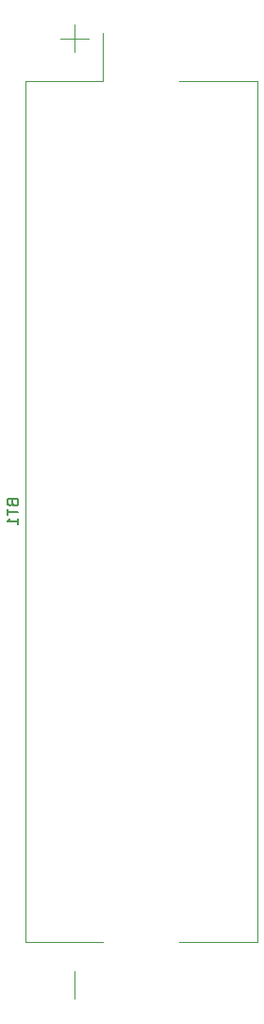
<source format=gbr>
%TF.GenerationSoftware,KiCad,Pcbnew,9.0.0*%
%TF.CreationDate,2026-01-06T01:29:00-05:00*%
%TF.ProjectId,NanoFreak,4e616e6f-4672-4656-916b-2e6b69636164,rev?*%
%TF.SameCoordinates,Original*%
%TF.FileFunction,Legend,Bot*%
%TF.FilePolarity,Positive*%
%FSLAX46Y46*%
G04 Gerber Fmt 4.6, Leading zero omitted, Abs format (unit mm)*
G04 Created by KiCad (PCBNEW 9.0.0) date 2026-01-06 01:29:00*
%MOMM*%
%LPD*%
G01*
G04 APERTURE LIST*
%ADD10C,0.150000*%
%ADD11C,0.120000*%
G04 APERTURE END LIST*
D10*
X20431009Y-69714285D02*
X20478628Y-69857142D01*
X20478628Y-69857142D02*
X20526247Y-69904761D01*
X20526247Y-69904761D02*
X20621485Y-69952380D01*
X20621485Y-69952380D02*
X20764342Y-69952380D01*
X20764342Y-69952380D02*
X20859580Y-69904761D01*
X20859580Y-69904761D02*
X20907200Y-69857142D01*
X20907200Y-69857142D02*
X20954819Y-69761904D01*
X20954819Y-69761904D02*
X20954819Y-69380952D01*
X20954819Y-69380952D02*
X19954819Y-69380952D01*
X19954819Y-69380952D02*
X19954819Y-69714285D01*
X19954819Y-69714285D02*
X20002438Y-69809523D01*
X20002438Y-69809523D02*
X20050057Y-69857142D01*
X20050057Y-69857142D02*
X20145295Y-69904761D01*
X20145295Y-69904761D02*
X20240533Y-69904761D01*
X20240533Y-69904761D02*
X20335771Y-69857142D01*
X20335771Y-69857142D02*
X20383390Y-69809523D01*
X20383390Y-69809523D02*
X20431009Y-69714285D01*
X20431009Y-69714285D02*
X20431009Y-69380952D01*
X19954819Y-70238095D02*
X19954819Y-70809523D01*
X20954819Y-70523809D02*
X19954819Y-70523809D01*
X20954819Y-71666666D02*
X20954819Y-71095238D01*
X20954819Y-71380952D02*
X19954819Y-71380952D01*
X19954819Y-71380952D02*
X20097676Y-71285714D01*
X20097676Y-71285714D02*
X20192914Y-71190476D01*
X20192914Y-71190476D02*
X20240533Y-71095238D01*
D11*
%TO.C,BT1*%
X21560000Y-31860000D02*
X28560000Y-31860000D01*
X21560000Y-109140000D02*
X21560000Y-31860000D01*
X26000000Y-26750000D02*
X26000000Y-29250000D01*
X26000000Y-114250000D02*
X26000000Y-111750000D01*
X27250000Y-28000000D02*
X24750000Y-28000000D01*
X28560000Y-31860000D02*
X28560000Y-27500000D01*
X28560000Y-109140000D02*
X21580000Y-109140000D01*
X35440000Y-109140000D02*
X42440000Y-109140000D01*
X42440000Y-31860000D02*
X35440000Y-31860000D01*
X42440000Y-109140000D02*
X42440000Y-31860000D01*
%TD*%
M02*

</source>
